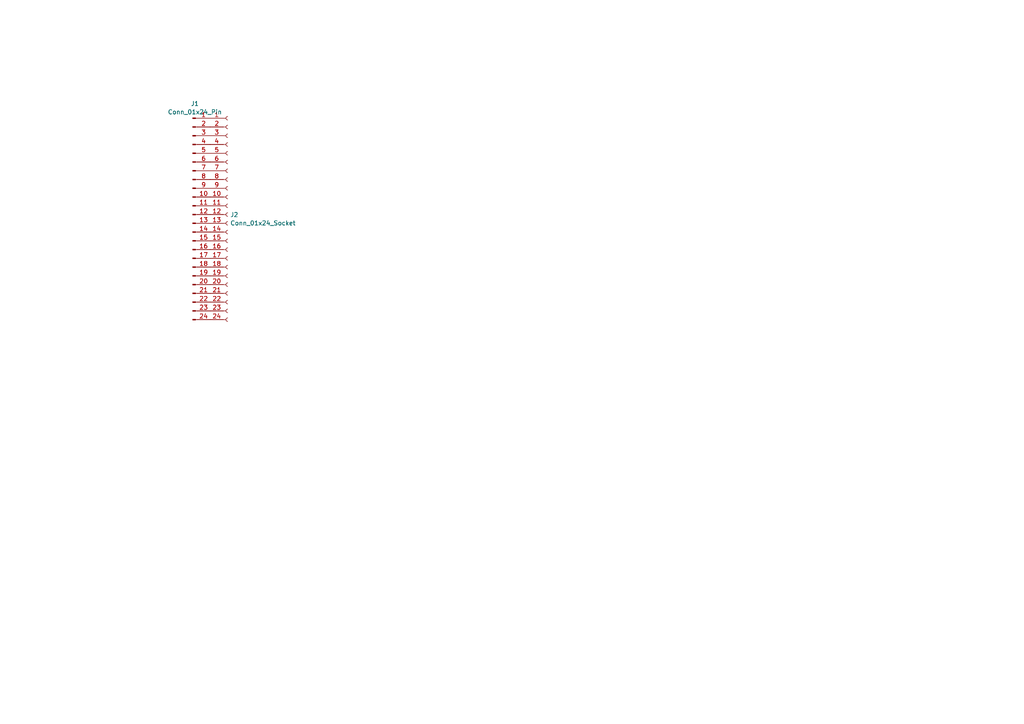
<source format=kicad_sch>
(kicad_sch (version 20250114) (generator "eeschema") (generator_version "9.0")
  (paper "A4")
  (title_block (title "XE XL connector adapter for keyboard tester") (date "2025-03-26") (rev "1") (company "Decent Engineering"))
  (lib_symbols
    (symbol "Connector:Conn_01x24_Pin" (pin_names (offset 1.016) (hide yes))
      (property "Reference" "J" (at 0 30.48 0))
      (property "Value" "Conn_01x24_Pin" (at 0 -33.02 0))
      (symbol "Conn_01x24_Pin_1_1"
        (rectangle (start 0.8636 28.067) (end 0 27.813) (stroke (width 0.1524)) (fill (type outline)))
        (rectangle (start 0.8636 25.527) (end 0 25.273) (stroke (width 0.1524)) (fill (type outline)))
        (rectangle (start 0.8636 22.987) (end 0 22.733) (stroke (width 0.1524)) (fill (type outline)))
        (rectangle (start 0.8636 20.447) (end 0 20.193) (stroke (width 0.1524)) (fill (type outline)))
        (rectangle (start 0.8636 17.907) (end 0 17.653) (stroke (width 0.1524)) (fill (type outline)))
        (rectangle (start 0.8636 15.367) (end 0 15.113) (stroke (width 0.1524)) (fill (type outline)))
        (rectangle (start 0.8636 12.827) (end 0 12.573) (stroke (width 0.1524)) (fill (type outline)))
        (rectangle (start 0.8636 10.287) (end 0 10.033) (stroke (width 0.1524)) (fill (type outline)))
        (rectangle (start 0.8636 7.747) (end 0 7.493) (stroke (width 0.1524)) (fill (type outline)))
        (rectangle (start 0.8636 5.207) (end 0 4.953) (stroke (width 0.1524)) (fill (type outline)))
        (rectangle (start 0.8636 2.667) (end 0 2.413) (stroke (width 0.1524)) (fill (type outline)))
        (rectangle (start 0.8636 0.127) (end 0 -0.127) (stroke (width 0.1524)) (fill (type outline)))
        (rectangle (start 0.8636 -2.413) (end 0 -2.667) (stroke (width 0.1524)) (fill (type outline)))
        (rectangle (start 0.8636 -4.953) (end 0 -5.207) (stroke (width 0.1524)) (fill (type outline)))
        (rectangle (start 0.8636 -7.493) (end 0 -7.747) (stroke (width 0.1524)) (fill (type outline)))
        (rectangle (start 0.8636 -10.033) (end 0 -10.287) (stroke (width 0.1524)) (fill (type outline)))
        (rectangle (start 0.8636 -12.573) (end 0 -12.827) (stroke (width 0.1524)) (fill (type outline)))
        (rectangle (start 0.8636 -15.113) (end 0 -15.367) (stroke (width 0.1524)) (fill (type outline)))
        (rectangle (start 0.8636 -17.653) (end 0 -17.907) (stroke (width 0.1524)) (fill (type outline)))
        (rectangle (start 0.8636 -20.193) (end 0 -20.447) (stroke (width 0.1524)) (fill (type outline)))
        (rectangle (start 0.8636 -22.733) (end 0 -22.987) (stroke (width 0.1524)) (fill (type outline)))
        (rectangle (start 0.8636 -25.273) (end 0 -25.527) (stroke (width 0.1524)) (fill (type outline)))
        (rectangle (start 0.8636 -27.813) (end 0 -28.067) (stroke (width 0.1524)) (fill (type outline)))
        (rectangle (start 0.8636 -30.353) (end 0 -30.607) (stroke (width 0.1524)) (fill (type outline)))
        (polyline (pts (xy 1.27 27.94) (xy 0.8636 27.94)) (stroke (width 0.1524)))
        (polyline (pts (xy 1.27 25.4) (xy 0.8636 25.4)) (stroke (width 0.1524)))
        (polyline (pts (xy 1.27 22.86) (xy 0.8636 22.86)) (stroke (width 0.1524)))
        (polyline (pts (xy 1.27 20.32) (xy 0.8636 20.32)) (stroke (width 0.1524)))
        (polyline (pts (xy 1.27 17.78) (xy 0.8636 17.78)) (stroke (width 0.1524)))
        (polyline (pts (xy 1.27 15.24) (xy 0.8636 15.24)) (stroke (width 0.1524)))
        (polyline (pts (xy 1.27 12.7) (xy 0.8636 12.7)) (stroke (width 0.1524)))
        (polyline (pts (xy 1.27 10.16) (xy 0.8636 10.16)) (stroke (width 0.1524)))
        (polyline (pts (xy 1.27 7.62) (xy 0.8636 7.62)) (stroke (width 0.1524)))
        (polyline (pts (xy 1.27 5.08) (xy 0.8636 5.08)) (stroke (width 0.1524)))
        (polyline (pts (xy 1.27 2.54) (xy 0.8636 2.54)) (stroke (width 0.1524)))
        (polyline (pts (xy 1.27 0) (xy 0.8636 0)) (stroke (width 0.1524)))
        (polyline (pts (xy 1.27 -2.54) (xy 0.8636 -2.54)) (stroke (width 0.1524)))
        (polyline (pts (xy 1.27 -5.08) (xy 0.8636 -5.08)) (stroke (width 0.1524)))
        (polyline (pts (xy 1.27 -7.62) (xy 0.8636 -7.62)) (stroke (width 0.1524)))
        (polyline (pts (xy 1.27 -10.16) (xy 0.8636 -10.16)) (stroke (width 0.1524)))
        (polyline (pts (xy 1.27 -12.7) (xy 0.8636 -12.7)) (stroke (width 0.1524)))
        (polyline (pts (xy 1.27 -15.24) (xy 0.8636 -15.24)) (stroke (width 0.1524)))
        (polyline (pts (xy 1.27 -17.78) (xy 0.8636 -17.78)) (stroke (width 0.1524)))
        (polyline (pts (xy 1.27 -20.32) (xy 0.8636 -20.32)) (stroke (width 0.1524)))
        (polyline (pts (xy 1.27 -22.86) (xy 0.8636 -22.86)) (stroke (width 0.1524)))
        (polyline (pts (xy 1.27 -25.4) (xy 0.8636 -25.4)) (stroke (width 0.1524)))
        (polyline (pts (xy 1.27 -27.94) (xy 0.8636 -27.94)) (stroke (width 0.1524)))
        (polyline (pts (xy 1.27 -30.48) (xy 0.8636 -30.48)) (stroke (width 0.1524)))
        (pin passive line (at 5.08 27.94 180) (length 3.81) (name "Pin_1") (number "1"))
        (pin passive line (at 5.08 25.4 180) (length 3.81) (name "Pin_2") (number "2"))
        (pin passive line (at 5.08 22.86 180) (length 3.81) (name "Pin_3") (number "3"))
        (pin passive line (at 5.08 20.32 180) (length 3.81) (name "Pin_4") (number "4"))
        (pin passive line (at 5.08 17.78 180) (length 3.81) (name "Pin_5") (number "5"))
        (pin passive line (at 5.08 15.24 180) (length 3.81) (name "Pin_6") (number "6"))
        (pin passive line (at 5.08 12.7 180) (length 3.81) (name "Pin_7") (number "7"))
        (pin passive line (at 5.08 10.16 180) (length 3.81) (name "Pin_8") (number "8"))
        (pin passive line (at 5.08 7.62 180) (length 3.81) (name "Pin_9") (number "9"))
        (pin passive line (at 5.08 5.08 180) (length 3.81) (name "Pin_10") (number "10"))
        (pin passive line (at 5.08 2.54 180) (length 3.81) (name "Pin_11") (number "11"))
        (pin passive line (at 5.08 0 180) (length 3.81) (name "Pin_12") (number "12"))
        (pin passive line (at 5.08 -2.54 180) (length 3.81) (name "Pin_13") (number "13"))
        (pin passive line (at 5.08 -5.08 180) (length 3.81) (name "Pin_14") (number "14"))
        (pin passive line (at 5.08 -7.62 180) (length 3.81) (name "Pin_15") (number "15"))
        (pin passive line (at 5.08 -10.16 180) (length 3.81) (name "Pin_16") (number "16"))
        (pin passive line (at 5.08 -12.7 180) (length 3.81) (name "Pin_17") (number "17"))
        (pin passive line (at 5.08 -15.24 180) (length 3.81) (name "Pin_18") (number "18"))
        (pin passive line (at 5.08 -17.78 180) (length 3.81) (name "Pin_19") (number "19"))
        (pin passive line (at 5.08 -20.32 180) (length 3.81) (name "Pin_20") (number "20"))
        (pin passive line (at 5.08 -22.86 180) (length 3.81) (name "Pin_21") (number "21"))
        (pin passive line (at 5.08 -25.4 180) (length 3.81) (name "Pin_22") (number "22"))
        (pin passive line (at 5.08 -27.94 180) (length 3.81) (name "Pin_23") (number "23"))
        (pin passive line (at 5.08 -30.48 180) (length 3.81) (name "Pin_24") (number "24"))
      )
    )
    (symbol "Connector:Conn_01x24_Socket" (pin_names (offset 1.016) (hide yes))
      (property "Reference" "J" (at 0 30.48 0))
      (property "Value" "Conn_01x24_Socket" (at 0 -33.02 0))
      (symbol "Conn_01x24_Socket_1_1"
        (polyline (pts (xy -1.27 27.94) (xy -0.508 27.94)) (stroke (width 0.1524)))
        (polyline (pts (xy -1.27 25.4) (xy -0.508 25.4)) (stroke (width 0.1524)))
        (polyline (pts (xy -1.27 22.86) (xy -0.508 22.86)) (stroke (width 0.1524)))
        (polyline (pts (xy -1.27 20.32) (xy -0.508 20.32)) (stroke (width 0.1524)))
        (polyline (pts (xy -1.27 17.78) (xy -0.508 17.78)) (stroke (width 0.1524)))
        (polyline (pts (xy -1.27 15.24) (xy -0.508 15.24)) (stroke (width 0.1524)))
        (polyline (pts (xy -1.27 12.7) (xy -0.508 12.7)) (stroke (width 0.1524)))
        (polyline (pts (xy -1.27 10.16) (xy -0.508 10.16)) (stroke (width 0.1524)))
        (polyline (pts (xy -1.27 7.62) (xy -0.508 7.62)) (stroke (width 0.1524)))
        (polyline (pts (xy -1.27 5.08) (xy -0.508 5.08)) (stroke (width 0.1524)))
        (polyline (pts (xy -1.27 2.54) (xy -0.508 2.54)) (stroke (width 0.1524)))
        (polyline (pts (xy -1.27 0) (xy -0.508 0)) (stroke (width 0.1524)))
        (polyline (pts (xy -1.27 -2.54) (xy -0.508 -2.54)) (stroke (width 0.1524)))
        (polyline (pts (xy -1.27 -5.08) (xy -0.508 -5.08)) (stroke (width 0.1524)))
        (polyline (pts (xy -1.27 -7.62) (xy -0.508 -7.62)) (stroke (width 0.1524)))
        (polyline (pts (xy -1.27 -10.16) (xy -0.508 -10.16)) (stroke (width 0.1524)))
        (polyline (pts (xy -1.27 -12.7) (xy -0.508 -12.7)) (stroke (width 0.1524)))
        (polyline (pts (xy -1.27 -15.24) (xy -0.508 -15.24)) (stroke (width 0.1524)))
        (polyline (pts (xy -1.27 -17.78) (xy -0.508 -17.78)) (stroke (width 0.1524)))
        (polyline (pts (xy -1.27 -20.32) (xy -0.508 -20.32)) (stroke (width 0.1524)))
        (polyline (pts (xy -1.27 -22.86) (xy -0.508 -22.86)) (stroke (width 0.1524)))
        (polyline (pts (xy -1.27 -25.4) (xy -0.508 -25.4)) (stroke (width 0.1524)))
        (polyline (pts (xy -1.27 -27.94) (xy -0.508 -27.94)) (stroke (width 0.1524)))
        (polyline (pts (xy -1.27 -30.48) (xy -0.508 -30.48)) (stroke (width 0.1524)))
        (arc (start 0 27.432) (mid -0.5058 27.94) (end 0 28.448) (stroke (width 0.1524)))
        (arc (start 0 24.892) (mid -0.5058 25.4) (end 0 25.908) (stroke (width 0.1524)))
        (arc (start 0 22.352) (mid -0.5058 22.86) (end 0 23.368) (stroke (width 0.1524)))
        (arc (start 0 19.812) (mid -0.5058 20.32) (end 0 20.828) (stroke (width 0.1524)))
        (arc (start 0 17.272) (mid -0.5058 17.78) (end 0 18.288) (stroke (width 0.1524)))
        (arc (start 0 14.732) (mid -0.5058 15.24) (end 0 15.748) (stroke (width 0.1524)))
        (arc (start 0 12.192) (mid -0.5058 12.7) (end 0 13.208) (stroke (width 0.1524)))
        (arc (start 0 9.652) (mid -0.5058 10.16) (end 0 10.668) (stroke (width 0.1524)))
        (arc (start 0 7.112) (mid -0.5058 7.62) (end 0 8.128) (stroke (width 0.1524)))
        (arc (start 0 4.572) (mid -0.5058 5.08) (end 0 5.588) (stroke (width 0.1524)))
        (arc (start 0 2.032) (mid -0.5058 2.54) (end 0 3.048) (stroke (width 0.1524)))
        (arc (start 0 -0.508) (mid -0.5058 0) (end 0 0.508) (stroke (width 0.1524)))
        (arc (start 0 -3.048) (mid -0.5058 -2.54) (end 0 -2.032) (stroke (width 0.1524)))
        (arc (start 0 -5.588) (mid -0.5058 -5.08) (end 0 -4.572) (stroke (width 0.1524)))
        (arc (start 0 -8.128) (mid -0.5058 -7.62) (end 0 -7.112) (stroke (width 0.1524)))
        (arc (start 0 -10.668) (mid -0.5058 -10.16) (end 0 -9.652) (stroke (width 0.1524)))
        (arc (start 0 -13.208) (mid -0.5058 -12.7) (end 0 -12.192) (stroke (width 0.1524)))
        (arc (start 0 -15.748) (mid -0.5058 -15.24) (end 0 -14.732) (stroke (width 0.1524)))
        (arc (start 0 -18.288) (mid -0.5058 -17.78) (end 0 -17.272) (stroke (width 0.1524)))
        (arc (start 0 -20.828) (mid -0.5058 -20.32) (end 0 -19.812) (stroke (width 0.1524)))
        (arc (start 0 -23.368) (mid -0.5058 -22.86) (end 0 -22.352) (stroke (width 0.1524)))
        (arc (start 0 -25.908) (mid -0.5058 -25.4) (end 0 -24.892) (stroke (width 0.1524)))
        (arc (start 0 -28.448) (mid -0.5058 -27.94) (end 0 -27.432) (stroke (width 0.1524)))
        (arc (start 0 -30.988) (mid -0.5058 -30.48) (end 0 -29.972) (stroke (width 0.1524)))
        (pin passive line (at -5.08 27.94 0) (length 3.81) (name "Pin_1") (number "1"))
        (pin passive line (at -5.08 25.4 0) (length 3.81) (name "Pin_2") (number "2"))
        (pin passive line (at -5.08 22.86 0) (length 3.81) (name "Pin_3") (number "3"))
        (pin passive line (at -5.08 20.32 0) (length 3.81) (name "Pin_4") (number "4"))
        (pin passive line (at -5.08 17.78 0) (length 3.81) (name "Pin_5") (number "5"))
        (pin passive line (at -5.08 15.24 0) (length 3.81) (name "Pin_6") (number "6"))
        (pin passive line (at -5.08 12.7 0) (length 3.81) (name "Pin_7") (number "7"))
        (pin passive line (at -5.08 10.16 0) (length 3.81) (name "Pin_8") (number "8"))
        (pin passive line (at -5.08 7.62 0) (length 3.81) (name "Pin_9") (number "9"))
        (pin passive line (at -5.08 5.08 0) (length 3.81) (name "Pin_10") (number "10"))
        (pin passive line (at -5.08 2.54 0) (length 3.81) (name "Pin_11") (number "11"))
        (pin passive line (at -5.08 0 0) (length 3.81) (name "Pin_12") (number "12"))
        (pin passive line (at -5.08 -2.54 0) (length 3.81) (name "Pin_13") (number "13"))
        (pin passive line (at -5.08 -5.08 0) (length 3.81) (name "Pin_14") (number "14"))
        (pin passive line (at -5.08 -7.62 0) (length 3.81) (name "Pin_15") (number "15"))
        (pin passive line (at -5.08 -10.16 0) (length 3.81) (name "Pin_16") (number "16"))
        (pin passive line (at -5.08 -12.7 0) (length 3.81) (name "Pin_17") (number "17"))
        (pin passive line (at -5.08 -15.24 0) (length 3.81) (name "Pin_18") (number "18"))
        (pin passive line (at -5.08 -17.78 0) (length 3.81) (name "Pin_19") (number "19"))
        (pin passive line (at -5.08 -20.32 0) (length 3.81) (name "Pin_20") (number "20"))
        (pin passive line (at -5.08 -22.86 0) (length 3.81) (name "Pin_21") (number "21"))
        (pin passive line (at -5.08 -25.4 0) (length 3.81) (name "Pin_22") (number "22"))
        (pin passive line (at -5.08 -27.94 0) (length 3.81) (name "Pin_23") (number "23"))
        (pin passive line (at -5.08 -30.48 0) (length 3.81) (name "Pin_24") (number "24"))
      )
    )
  )
  (symbol (lib_id "Connector:Conn_01x24_Socket") (at 66.04 62.23 0) (unit 1)
    (property "Reference" "J2" (at 66.7512 62.2878 0) (effects (justify left)))
    (property "Value" "Conn_01x24_Socket" (at 66.7512 64.7121 0) (effects (justify left)))
    (property "Footprint" "Connector_PinSocket_2.54mm:PinSocket_1x24_P2.54mm_Vertical" (effects (hide yes)))
    (property "Description" "Generic connector, single row, 01x24, script generated" (effects (hide yes)))
  )
  (symbol (lib_id "Connector:Conn_01x24_Pin") (at 55.88 62.23 0) (unit 1)
    (property "Reference" "J1" (at 56.515 30.0693 0))
    (property "Value" "Conn_01x24_Pin" (at 56.515 32.4936 0))
    (property "Footprint" "Connector_PinHeader_2.54mm:PinHeader_1x24_P2.54mm_Vertical" (effects (hide yes)))
    (property "Description" "Generic connector, single row, 01x24, script generated" (effects (hide yes)))
  )
)
</source>
